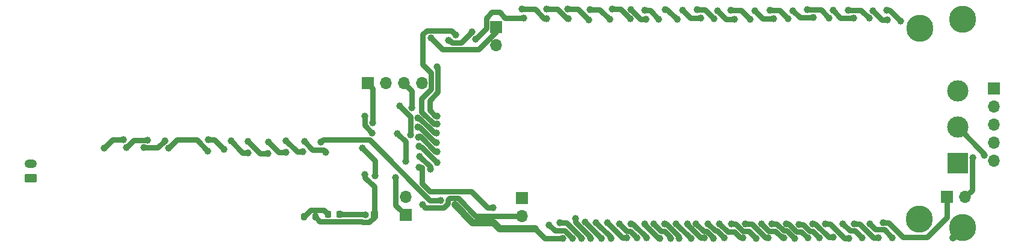
<source format=gbr>
%TF.GenerationSoftware,KiCad,Pcbnew,8.0.0*%
%TF.CreationDate,2024-09-10T23:58:07-07:00*%
%TF.ProjectId,sled,736c6564-2e6b-4696-9361-645f70636258,rev?*%
%TF.SameCoordinates,Original*%
%TF.FileFunction,Copper,L2,Bot*%
%TF.FilePolarity,Positive*%
%FSLAX46Y46*%
G04 Gerber Fmt 4.6, Leading zero omitted, Abs format (unit mm)*
G04 Created by KiCad (PCBNEW 8.0.0) date 2024-09-10 23:58:07*
%MOMM*%
%LPD*%
G01*
G04 APERTURE LIST*
G04 Aperture macros list*
%AMRoundRect*
0 Rectangle with rounded corners*
0 $1 Rounding radius*
0 $2 $3 $4 $5 $6 $7 $8 $9 X,Y pos of 4 corners*
0 Add a 4 corners polygon primitive as box body*
4,1,4,$2,$3,$4,$5,$6,$7,$8,$9,$2,$3,0*
0 Add four circle primitives for the rounded corners*
1,1,$1+$1,$2,$3*
1,1,$1+$1,$4,$5*
1,1,$1+$1,$6,$7*
1,1,$1+$1,$8,$9*
0 Add four rect primitives between the rounded corners*
20,1,$1+$1,$2,$3,$4,$5,0*
20,1,$1+$1,$4,$5,$6,$7,0*
20,1,$1+$1,$6,$7,$8,$9,0*
20,1,$1+$1,$8,$9,$2,$3,0*%
G04 Aperture macros list end*
%TA.AperFunction,ComponentPad*%
%ADD10R,1.700000X1.700000*%
%TD*%
%TA.AperFunction,ComponentPad*%
%ADD11O,1.700000X1.700000*%
%TD*%
%TA.AperFunction,ComponentPad*%
%ADD12R,3.000000X3.000000*%
%TD*%
%TA.AperFunction,ComponentPad*%
%ADD13C,3.000000*%
%TD*%
%TA.AperFunction,ComponentPad*%
%ADD14C,3.800000*%
%TD*%
%TA.AperFunction,ComponentPad*%
%ADD15RoundRect,0.250000X0.625000X-0.350000X0.625000X0.350000X-0.625000X0.350000X-0.625000X-0.350000X0*%
%TD*%
%TA.AperFunction,ComponentPad*%
%ADD16O,1.750000X1.200000*%
%TD*%
%TA.AperFunction,SMDPad,CuDef*%
%ADD17RoundRect,0.218750X0.218750X0.256250X-0.218750X0.256250X-0.218750X-0.256250X0.218750X-0.256250X0*%
%TD*%
%TA.AperFunction,SMDPad,CuDef*%
%ADD18RoundRect,0.200000X-0.200000X-0.275000X0.200000X-0.275000X0.200000X0.275000X-0.200000X0.275000X0*%
%TD*%
%TA.AperFunction,ComponentPad*%
%ADD19R,1.000000X1.000000*%
%TD*%
%TA.AperFunction,ComponentPad*%
%ADD20O,1.000000X1.000000*%
%TD*%
%TA.AperFunction,ViaPad*%
%ADD21C,1.000000*%
%TD*%
%TA.AperFunction,Conductor*%
%ADD22C,0.750000*%
%TD*%
%TA.AperFunction,Conductor*%
%ADD23C,1.000000*%
%TD*%
G04 APERTURE END LIST*
D10*
%TO.P,REF\u002A\u002A,1*%
%TO.N,N/C*%
X245033800Y-54559200D03*
D11*
%TO.P,REF\u002A\u002A,2*%
X245033800Y-57099200D03*
%TO.P,REF\u002A\u002A,3*%
X245033800Y-59639200D03*
%TO.P,REF\u002A\u002A,4*%
X245033800Y-62179200D03*
%TO.P,REF\u002A\u002A,5*%
X245033800Y-64719200D03*
%TD*%
D10*
%TO.P,SW2,1*%
%TO.N,Net-(LYRA1-SW-)*%
X162306000Y-72395000D03*
D11*
%TO.P,SW2,2*%
%TO.N,Net-(LYRA1-SW+)*%
X162306000Y-69855000D03*
%TD*%
D12*
%TO.P,SW5,1,A*%
%TO.N,unconnected-(SW5-A-Pad1)*%
X239992358Y-65114474D03*
D13*
%TO.P,SW5,2,B*%
%TO.N,/HEI*%
X239992358Y-60034474D03*
%TO.P,SW5,3,C*%
%TO.N,/PYRO POS*%
X239992358Y-54954474D03*
%TD*%
D10*
%TO.P,J1,1,Pin_1*%
%TO.N,/FLUCTUS NEG*%
X175006000Y-45974000D03*
D11*
%TO.P,J1,2,Pin_2*%
%TO.N,/FLUCTUS POS*%
X175006000Y-48514000D03*
%TD*%
D14*
%TO.P,H9,1,1*%
%TO.N,/PYRO POS*%
X234518200Y-72999600D03*
%TD*%
%TO.P,H4,1,1*%
%TO.N,/APOGEE*%
X240690400Y-44856400D03*
%TD*%
D15*
%TO.P,BT3,1,+*%
%TO.N,Net-(BT3-+)*%
X109575000Y-67209000D03*
D16*
%TO.P,BT3,2,-*%
%TO.N,/FLUCTUS NEG*%
X109575000Y-65209000D03*
%TD*%
D10*
%TO.P,LYRA1,1,BATT-*%
%TO.N,Net-(BT2--)*%
X156982000Y-53848000D03*
D11*
%TO.P,LYRA1,2,BATT+*%
%TO.N,Net-(BT2-+)*%
X159522000Y-53848000D03*
%TO.P,LYRA1,3,SW+*%
%TO.N,Net-(LYRA1-SW+)*%
X162062000Y-53848000D03*
%TO.P,LYRA1,4,SW-*%
%TO.N,Net-(LYRA1-SW-)*%
X164602000Y-53848000D03*
%TD*%
D10*
%TO.P,J2,1,Pin_1*%
%TO.N,/HEI*%
X238450200Y-69855000D03*
D11*
%TO.P,J2,2,Pin_2*%
%TO.N,/PYRO POS*%
X240990200Y-69855000D03*
%TD*%
D10*
%TO.P,SW1,1*%
%TO.N,Net-(BT3-+)*%
X178689000Y-69977000D03*
D11*
%TO.P,SW1,2*%
%TO.N,/FLUCTUS POS*%
X178689000Y-72517000D03*
%TD*%
D14*
%TO.P,H8,1,1*%
%TO.N,/MAIN*%
X240690400Y-74168000D03*
%TD*%
%TO.P,H11,1,1*%
%TO.N,/PYRO POS*%
X234619800Y-46126400D03*
%TD*%
D17*
%TO.P,D1,1,K*%
%TO.N,Net-(BT2--)*%
X152984300Y-72313800D03*
%TO.P,D1,2,A*%
%TO.N,Net-(D1-A)*%
X151409300Y-72313800D03*
%TD*%
D18*
%TO.P,R1,1*%
%TO.N,Net-(D1-A)*%
X147996000Y-72644000D03*
%TO.P,R1,2*%
%TO.N,Net-(BT2-+)*%
X149646000Y-72644000D03*
%TD*%
D19*
%TO.P,BT2,1,+*%
%TO.N,Net-(BT2-+)*%
X157891000Y-72390000D03*
D20*
%TO.P,BT2,2,-*%
%TO.N,Net-(BT2--)*%
X156621000Y-72390000D03*
%TD*%
D21*
%TO.N,/FLUCTUS NEG*%
X134518400Y-63373000D03*
X129006600Y-62941200D03*
X137744200Y-61969000D03*
X165875131Y-47483783D03*
X151080943Y-63532400D03*
X126034800Y-61874400D03*
X140118727Y-63614673D03*
X145503527Y-63589273D03*
X148082000Y-62077600D03*
X123025347Y-62917901D03*
X143027400Y-62153800D03*
%TO.N,/PYRO POS*%
X205613000Y-75666600D03*
X196215000Y-75590400D03*
X227507800Y-44704000D03*
X225450400Y-73598000D03*
X208076800Y-43586400D03*
X217043000Y-75690500D03*
X228803573Y-75565373D03*
X185191400Y-44805600D03*
X205701527Y-44793273D03*
X229997000Y-43586400D03*
X191169650Y-75631950D03*
X174578650Y-71367000D03*
X221869000Y-44678600D03*
X169337978Y-47010509D03*
X164236016Y-65684038D03*
X189103000Y-73456800D03*
X164076430Y-61435776D03*
X198755000Y-73598000D03*
X191033400Y-44856400D03*
X208102200Y-73660000D03*
X216077800Y-44754800D03*
X242112800Y-64338200D03*
X198830201Y-43483055D03*
X183973685Y-73479968D03*
X188239773Y-43459027D03*
X218795600Y-43535600D03*
X213791800Y-73598000D03*
X182168800Y-43435500D03*
X219583000Y-73598000D03*
X222453200Y-75514198D03*
X178943000Y-44653200D03*
X196138800Y-44856400D03*
X193959493Y-73598007D03*
X194005200Y-43484800D03*
X200482200Y-44856400D03*
X211582373Y-75641573D03*
X166716328Y-59613800D03*
X231969490Y-45119856D03*
X203310676Y-43494790D03*
X224561400Y-43561000D03*
X172135800Y-47675800D03*
X203174600Y-73598000D03*
X166716328Y-63474600D03*
X213588600Y-43561000D03*
X200787000Y-75690500D03*
X210769200Y-44856400D03*
X187096400Y-75690500D03*
%TO.N,/FLUCTUS POS*%
X164668200Y-70942200D03*
X165811200Y-65963800D03*
X164317985Y-64139661D03*
X166624000Y-62204600D03*
X164009488Y-60005517D03*
X166716328Y-51562000D03*
X166716328Y-58445400D03*
%TO.N,Net-(BT3-+)*%
X119888000Y-62992000D03*
X134531473Y-61759727D03*
X150418800Y-62103000D03*
X125476000Y-62915800D03*
X142950827Y-63703573D03*
X145503527Y-61962927D03*
X122609057Y-61769543D03*
X167284400Y-70332600D03*
X136728200Y-63119000D03*
X140157200Y-62026800D03*
X128473200Y-61925200D03*
X147891127Y-63513073D03*
%TO.N,/HEI*%
X229495062Y-73437733D03*
X212369400Y-73598000D03*
X217660920Y-73693720D03*
X220497400Y-75590400D03*
X223824800Y-73598000D03*
X206476600Y-73598000D03*
X185782841Y-75690500D03*
X215519310Y-75605072D03*
X182521536Y-73810242D03*
X194868800Y-75565000D03*
X243738773Y-64008000D03*
X199618600Y-75690500D03*
X197231000Y-73609200D03*
X192354200Y-73598000D03*
X204292200Y-75615800D03*
X226517200Y-75615800D03*
X209738530Y-75600200D03*
X187589963Y-73411047D03*
X201930000Y-73598000D03*
X189865000Y-75641196D03*
%TO.N,/APOGEE*%
X225348800Y-44653200D03*
X211455000Y-43637200D03*
X208534000Y-44831000D03*
X168353899Y-47821200D03*
X201295000Y-43586400D03*
X178638200Y-43435500D03*
X185140600Y-43435500D03*
X164155824Y-62741630D03*
X188061600Y-44907200D03*
X230098600Y-44907200D03*
X182143400Y-44729400D03*
X206171800Y-43637200D03*
X216763600Y-43637200D03*
X195961000Y-43611800D03*
X193878200Y-44780200D03*
X191363600Y-43435500D03*
X171653200Y-46634400D03*
X166624000Y-60883800D03*
X197916800Y-44856400D03*
X228041200Y-43637200D03*
X203822300Y-44640500D03*
X214096600Y-44754800D03*
X163999162Y-58733439D03*
X166716328Y-64973200D03*
X222453200Y-43611800D03*
X219633800Y-44627800D03*
%TO.N,/MAIN*%
X200355200Y-73598000D03*
X184404000Y-75690500D03*
X169265600Y-70967600D03*
X227571556Y-73598000D03*
X195935600Y-73598000D03*
X193395600Y-75615804D03*
X207137000Y-75590400D03*
X186182000Y-72898000D03*
X190677800Y-73507600D03*
X221373954Y-73598000D03*
X198040857Y-75690500D03*
X218897200Y-75615800D03*
X215874600Y-73598000D03*
X210058000Y-73598000D03*
X224660111Y-75661789D03*
X204851000Y-73598000D03*
X230765200Y-75571200D03*
X188315600Y-75690500D03*
X213334600Y-75590400D03*
X202447230Y-75690030D03*
%TO.N,Net-(BT2-+)*%
X156616027Y-66674627D03*
X156565600Y-58470800D03*
X157632397Y-60858397D03*
%TO.N,Net-(BT2--)*%
X157683200Y-59410600D03*
X158013400Y-66852800D03*
X156278250Y-62973804D03*
%TO.N,Net-(LYRA1-SW+)*%
X163149900Y-57277000D03*
X161188400Y-60934600D03*
X162306000Y-64795400D03*
%TO.N,Net-(LYRA1-SW-)*%
X162991800Y-61112400D03*
X161493200Y-57073800D03*
X160934400Y-67132200D03*
%TD*%
D22*
%TO.N,/HEI*%
X232283000Y-75488800D02*
X235661200Y-75488800D01*
X235661200Y-75488800D02*
X238450200Y-72699800D01*
X238450200Y-72699800D02*
X238450200Y-69855000D01*
X230231933Y-73437733D02*
X232283000Y-75488800D01*
X229495062Y-73437733D02*
X230231933Y-73437733D01*
%TO.N,/PYRO POS*%
X168794090Y-46466621D02*
X169337978Y-47010509D01*
X164725131Y-51197149D02*
X164725131Y-47007437D01*
X165927000Y-52399018D02*
X164725131Y-51197149D01*
X165927000Y-54664741D02*
X165927000Y-52399018D01*
X164541200Y-57861200D02*
X164541200Y-56050541D01*
X166293800Y-59613800D02*
X164541200Y-57861200D01*
X166716328Y-59613800D02*
X166293800Y-59613800D01*
X165265947Y-46466621D02*
X168794090Y-46466621D01*
%TO.N,/FLUCTUS NEG*%
X167468703Y-49077355D02*
X165875131Y-47483783D01*
X175006000Y-45974000D02*
X175006000Y-46640167D01*
X172568812Y-49077355D02*
X167468703Y-49077355D01*
X175006000Y-46640167D02*
X172568812Y-49077355D01*
%TO.N,/PYRO POS*%
X164541200Y-56050541D02*
X165927000Y-54664741D01*
X164725131Y-47007437D02*
X165265947Y-46466621D01*
D23*
%TO.N,/MAIN*%
X175539400Y-74320400D02*
X180543200Y-74320400D01*
X174687000Y-73468000D02*
X175539400Y-74320400D01*
X171766000Y-73468000D02*
X174687000Y-73468000D01*
X169265600Y-70967600D02*
X171766000Y-73468000D01*
D22*
%TO.N,/APOGEE*%
X168837318Y-48172000D02*
X168486518Y-47821200D01*
X168486518Y-47821200D02*
X168353899Y-47821200D01*
X170115600Y-48172000D02*
X168837318Y-48172000D01*
X171653200Y-46634400D02*
X170115600Y-48172000D01*
%TO.N,/FLUCTUS NEG*%
X149250400Y-63246000D02*
X150596600Y-63246000D01*
X150596600Y-63246000D02*
X150794543Y-63246000D01*
X132917827Y-61772427D02*
X134518400Y-63373000D01*
X124068848Y-61874400D02*
X126034800Y-61874400D01*
X129006600Y-62941200D02*
X130175373Y-61772427D01*
X150596600Y-63246000D02*
X150571200Y-63246000D01*
X137744200Y-61969000D02*
X139389873Y-63614673D01*
X148082000Y-62077600D02*
X149250400Y-63246000D01*
X130175373Y-61772427D02*
X131673973Y-61772427D01*
X139389873Y-63614673D02*
X140118727Y-63614673D01*
X143027400Y-62153800D02*
X144462873Y-63589273D01*
X131673973Y-61772427D02*
X132917827Y-61772427D01*
X123025347Y-62917901D02*
X124068848Y-61874400D01*
X150794543Y-63246000D02*
X151080943Y-63532400D01*
X144462873Y-63589273D02*
X145503527Y-63589273D01*
%TO.N,/PYRO POS*%
X221814568Y-75514198D02*
X222453200Y-75514198D01*
X208102200Y-73660000D02*
X208741141Y-73660000D01*
X174464200Y-43865800D02*
X175056800Y-43865800D01*
X209499200Y-43586400D02*
X210769200Y-44856400D01*
X208741141Y-73660000D02*
X209706341Y-74625200D01*
X173681000Y-44649000D02*
X174464200Y-43865800D01*
X204403044Y-43494790D02*
X203310676Y-43494790D01*
X175056800Y-43865800D02*
X175514000Y-43865800D01*
X229997000Y-43586400D02*
X230436034Y-43586400D01*
X184785000Y-44551600D02*
X185039000Y-44805600D01*
X241967358Y-64483642D02*
X242112800Y-64338200D01*
X241967358Y-68877842D02*
X241967358Y-66013721D01*
X172135800Y-47675800D02*
X173681000Y-46130600D01*
X219583000Y-73598000D02*
X219898370Y-73598000D01*
X214884000Y-43561000D02*
X216077800Y-44754800D01*
X164661200Y-67938000D02*
X164661200Y-65702800D01*
X174578650Y-71367000D02*
X173865647Y-71367000D01*
X226192697Y-73598000D02*
X228160070Y-75565373D01*
X187096400Y-75690500D02*
X187096400Y-75625182D01*
X204696059Y-74640800D02*
X205613000Y-75557741D01*
X185039000Y-44805600D02*
X185191400Y-44805600D01*
X193959493Y-73598007D02*
X194280666Y-73598007D01*
X189103000Y-73456800D02*
X191169650Y-75523450D01*
X226364800Y-43561000D02*
X227507800Y-44704000D01*
X241967358Y-66013721D02*
X241967358Y-64483642D01*
X175514000Y-43865800D02*
X176301400Y-44653200D01*
X184951186Y-73479968D02*
X183973685Y-73479968D01*
X171536781Y-69038134D02*
X165761334Y-69038134D01*
X240990200Y-69855000D02*
X241967358Y-68877842D01*
X219898370Y-73598000D02*
X221814568Y-75514198D01*
X164661200Y-65702800D02*
X164642438Y-65684038D01*
X198955282Y-73598000D02*
X200787000Y-75429718D01*
X220726000Y-43535600D02*
X221869000Y-44678600D01*
X188239773Y-43459027D02*
X189636027Y-43459027D01*
X215472141Y-74574400D02*
X214495741Y-73598000D01*
X183668900Y-43435500D02*
X184785000Y-44551600D01*
X194005200Y-43484800D02*
X195376800Y-44856400D01*
X182168800Y-43435500D02*
X183668900Y-43435500D01*
X173865647Y-71367000D02*
X171536781Y-69038134D01*
X225450400Y-73598000D02*
X226192697Y-73598000D01*
X203174600Y-73598000D02*
X204217400Y-74640800D01*
X205613000Y-75557741D02*
X205613000Y-75666600D01*
X218795600Y-43535600D02*
X220726000Y-43535600D01*
X173681000Y-46130600D02*
X173681000Y-44649000D01*
X200787000Y-75429718D02*
X200787000Y-75690500D01*
X217043000Y-75690500D02*
X215926900Y-74574400D01*
X166515141Y-63474600D02*
X164338000Y-61297459D01*
X196215000Y-75532341D02*
X196215000Y-75590400D01*
X189636027Y-43459027D02*
X191033400Y-44856400D01*
X214495741Y-73598000D02*
X213791800Y-73598000D01*
X165761334Y-69038134D02*
X164661200Y-67938000D01*
X230436034Y-43586400D02*
X231969490Y-45119856D01*
X215926900Y-74574400D02*
X215472141Y-74574400D01*
X199108855Y-43483055D02*
X200482200Y-44856400D01*
X198830201Y-43483055D02*
X199108855Y-43483055D01*
X205701527Y-44793273D02*
X204403044Y-43494790D01*
X194280666Y-73598007D02*
X196215000Y-75532341D01*
X164642438Y-65684038D02*
X164236016Y-65684038D01*
X204217400Y-74640800D02*
X204696059Y-74640800D01*
X164338000Y-61297459D02*
X164214747Y-61297459D01*
X164214747Y-61297459D02*
X164076430Y-61435776D01*
X228160070Y-75565373D02*
X228803573Y-75565373D01*
X198755000Y-73598000D02*
X198955282Y-73598000D01*
X191169650Y-75523450D02*
X191169650Y-75631950D01*
X224561400Y-43561000D02*
X226364800Y-43561000D01*
X210566000Y-74625200D02*
X211582373Y-75641573D01*
X195376800Y-44856400D02*
X196138800Y-44856400D01*
X176301400Y-44653200D02*
X178943000Y-44653200D01*
X209706341Y-74625200D02*
X210566000Y-74625200D01*
X187096400Y-75625182D02*
X184951186Y-73479968D01*
X213588600Y-43561000D02*
X214884000Y-43561000D01*
X208076800Y-43586400D02*
X209499200Y-43586400D01*
X166716328Y-63474600D02*
X166515141Y-63474600D01*
%TO.N,/FLUCTUS POS*%
X164272517Y-60005517D02*
X164009488Y-60005517D01*
X166841328Y-55129272D02*
X166841328Y-51841400D01*
X165684200Y-57665259D02*
X165684200Y-56286400D01*
X167647259Y-71348600D02*
X165074600Y-71348600D01*
X168513400Y-69992600D02*
X168259400Y-70246600D01*
X172169858Y-72493000D02*
X169669458Y-69992600D01*
X168259400Y-70246600D02*
X168259400Y-70736459D01*
X165811200Y-65963800D02*
X165811200Y-65632876D01*
X178689000Y-72517000D02*
X178665000Y-72493000D01*
X169669458Y-69992600D02*
X168513400Y-69992600D01*
X168259400Y-70736459D02*
X167647259Y-71348600D01*
X165811200Y-65632876D02*
X164317985Y-64139661D01*
X166464341Y-58445400D02*
X165684200Y-57665259D01*
X178665000Y-72493000D02*
X172169858Y-72493000D01*
X165074600Y-71348600D02*
X164668200Y-70942200D01*
X166624000Y-62204600D02*
X166471600Y-62204600D01*
X166471600Y-62204600D02*
X164272517Y-60005517D01*
X166841328Y-51687000D02*
X166716328Y-51562000D01*
X166716328Y-58445400D02*
X166464341Y-58445400D01*
X165684200Y-56286400D02*
X166841328Y-55129272D01*
X166841328Y-51841400D02*
X166841328Y-51687000D01*
%TO.N,Net-(BT3-+)*%
X140157200Y-62026800D02*
X141833973Y-63703573D01*
X147053673Y-63513073D02*
X147891127Y-63513073D01*
X134531473Y-61759727D02*
X135368927Y-61759727D01*
X157252350Y-61823804D02*
X165761146Y-70332600D01*
X165761146Y-70332600D02*
X167284400Y-70332600D01*
X125476000Y-62915800D02*
X127482600Y-62915800D01*
X135368927Y-61759727D02*
X136728200Y-63119000D01*
X121110457Y-61769543D02*
X119888000Y-62992000D01*
X150697996Y-61823804D02*
X157252350Y-61823804D01*
X141833973Y-63703573D02*
X142950827Y-63703573D01*
X122609057Y-61769543D02*
X121110457Y-61769543D01*
X150418800Y-62103000D02*
X150697996Y-61823804D01*
X145503527Y-61962927D02*
X147053673Y-63513073D01*
X127482600Y-62915800D02*
X128473200Y-61925200D01*
%TO.N,/HEI*%
X209354260Y-75475201D02*
X208592260Y-74713201D01*
X213386800Y-74615400D02*
X214311059Y-74615400D01*
X209613531Y-75475201D02*
X209354260Y-75475201D01*
X224799800Y-74573000D02*
X225474400Y-74573000D01*
X193397004Y-74640804D02*
X193944604Y-74640804D01*
X198237200Y-74615400D02*
X197231000Y-73609200D01*
X193944604Y-74640804D02*
X194868800Y-75565000D01*
X183318094Y-74606800D02*
X182521536Y-73810242D01*
X243738773Y-64008000D02*
X243738773Y-63780889D01*
X209738530Y-75600200D02*
X209613531Y-75475201D01*
X218177202Y-73693720D02*
X219134082Y-74650600D01*
X201930000Y-73598000D02*
X201930000Y-73732259D01*
X215300731Y-75605072D02*
X215519310Y-75605072D01*
X208592260Y-74713201D02*
X207591801Y-74713201D01*
X217660920Y-73693720D02*
X218177202Y-73693720D01*
X198770600Y-74615400D02*
X198237200Y-74615400D01*
X243738773Y-63780889D02*
X239992358Y-60034474D01*
X201930000Y-73732259D02*
X203813541Y-75615800D01*
X199618600Y-75463400D02*
X198770600Y-74615400D01*
X214311059Y-74615400D02*
X215300731Y-75605072D01*
X203813541Y-75615800D02*
X204292200Y-75615800D01*
X189820112Y-75641196D02*
X189865000Y-75641196D01*
X185782841Y-75690500D02*
X184699141Y-74606800D01*
X225474400Y-74573000D02*
X226517200Y-75615800D01*
X212369400Y-73598000D02*
X213386800Y-74615400D01*
X187589963Y-73411047D02*
X189820112Y-75641196D01*
X219557600Y-74650600D02*
X220497400Y-75590400D01*
X219134082Y-74650600D02*
X219557600Y-74650600D01*
X192354200Y-73598000D02*
X193397004Y-74640804D01*
X199618600Y-75690500D02*
X199618600Y-75463400D01*
X207591801Y-74713201D02*
X206476600Y-73598000D01*
X184699141Y-74606800D02*
X183318094Y-74606800D01*
X223824800Y-73598000D02*
X224799800Y-74573000D01*
%TO.N,/APOGEE*%
X191363600Y-43435500D02*
X192533500Y-43435500D01*
X181836354Y-44729400D02*
X182143400Y-44729400D01*
X164175065Y-62760871D02*
X164155824Y-62741630D01*
X217754200Y-44627800D02*
X219633800Y-44627800D01*
X228041200Y-43637200D02*
X229311200Y-44907200D01*
X196672200Y-43611800D02*
X197916800Y-44856400D01*
X216763600Y-43637200D02*
X217754200Y-44627800D01*
X206171800Y-43637200D02*
X207365600Y-44831000D01*
X180542454Y-43435500D02*
X181836354Y-44729400D01*
X223494600Y-44653200D02*
X225348800Y-44653200D01*
X186589900Y-43435500D02*
X188061600Y-44907200D01*
X202349100Y-44640500D02*
X203822300Y-44640500D01*
X195961000Y-43611800D02*
X196672200Y-43611800D01*
X229311200Y-44907200D02*
X230098600Y-44907200D01*
X166624000Y-60883800D02*
X166437918Y-60883800D01*
X165941718Y-60463800D02*
X164211357Y-58733439D01*
X201295000Y-43586400D02*
X202349100Y-44640500D01*
X211455000Y-43637200D02*
X212572600Y-44754800D01*
X164211357Y-58733439D02*
X163999162Y-58733439D01*
X164503999Y-62760871D02*
X164175065Y-62760871D01*
X207365600Y-44831000D02*
X208534000Y-44831000D01*
X222453200Y-43611800D02*
X223494600Y-44653200D01*
X166437918Y-60883800D02*
X166017919Y-60463801D01*
X192533500Y-43435500D02*
X193878200Y-44780200D01*
X212572600Y-44754800D02*
X214096600Y-44754800D01*
X178638200Y-43435500D02*
X180542454Y-43435500D01*
X185140600Y-43435500D02*
X186589900Y-43435500D01*
X166716328Y-64973200D02*
X164503999Y-62760871D01*
X166017919Y-60463801D02*
X165941718Y-60463800D01*
%TO.N,/MAIN*%
X190677800Y-73507600D02*
X192786000Y-75615800D01*
X212982941Y-75590400D02*
X213334600Y-75590400D01*
X227571556Y-73598000D02*
X228386289Y-74412733D01*
X228386289Y-74412733D02*
X229606733Y-74412733D01*
X216186341Y-73598000D02*
X217303841Y-74715500D01*
X210990541Y-73598000D02*
X212982941Y-75590400D01*
X206119600Y-74573000D02*
X207137000Y-75590400D01*
X192786000Y-75615800D02*
X193395596Y-75615800D01*
X210058000Y-73598000D02*
X210990541Y-73598000D01*
X184404000Y-75690500D02*
X181913300Y-75690500D01*
X195935600Y-73692659D02*
X195935600Y-73598000D01*
X204851000Y-73598000D02*
X204855341Y-73598000D01*
X197933441Y-75690500D02*
X195935600Y-73692659D01*
X224066730Y-75661789D02*
X224660111Y-75661789D01*
X205830341Y-74573000D02*
X206119600Y-74573000D01*
X229606733Y-74412733D02*
X230765200Y-75571200D01*
X193395596Y-75615800D02*
X193395600Y-75615804D01*
X186182000Y-73397241D02*
X186182000Y-72898000D01*
X204855341Y-73598000D02*
X205830341Y-74573000D01*
X217996900Y-74715500D02*
X218897200Y-75615800D01*
X188315600Y-75690500D02*
X188315600Y-75530841D01*
X222002941Y-73598000D02*
X224066730Y-75661789D01*
X215874600Y-73598000D02*
X216186341Y-73598000D01*
X198040857Y-75690500D02*
X197933441Y-75690500D01*
X221373954Y-73598000D02*
X222002941Y-73598000D01*
D23*
X240690400Y-74168000D02*
X239309600Y-75548800D01*
D22*
X181913300Y-75690500D02*
X180543200Y-74320400D01*
X202447230Y-75690030D02*
X200355200Y-73598000D01*
X217303841Y-74715500D02*
X217996900Y-74715500D01*
X188315600Y-75530841D02*
X186182000Y-73397241D01*
%TO.N,Net-(BT2-+)*%
X157891000Y-72390000D02*
X157891000Y-72281141D01*
X156232741Y-73380600D02*
X157175200Y-73380600D01*
X150265800Y-73263800D02*
X156115941Y-73263800D01*
X156565600Y-59791600D02*
X156565600Y-58470800D01*
X156616027Y-67081773D02*
X156616027Y-66674627D01*
X157632397Y-60858397D02*
X156565600Y-59791600D01*
X157891000Y-72390000D02*
X157891000Y-68356746D01*
X157175200Y-73380600D02*
X157891000Y-72664800D01*
X149646000Y-72644000D02*
X150265800Y-73263800D01*
X157891000Y-68356746D02*
X156616027Y-67081773D01*
X156115941Y-73263800D02*
X156232741Y-73380600D01*
X157891000Y-72664800D02*
X157891000Y-72390000D01*
%TO.N,Net-(BT2--)*%
X157683200Y-59410600D02*
X157683200Y-54549200D01*
X156544800Y-72313800D02*
X156621000Y-72390000D01*
X152984300Y-72313800D02*
X156544800Y-72313800D01*
X157683200Y-54549200D02*
X156982000Y-53848000D01*
X158013400Y-66852800D02*
X158013400Y-64708954D01*
X158013400Y-64708954D02*
X156278250Y-62973804D01*
%TO.N,Net-(LYRA1-SW+)*%
X162306000Y-62052200D02*
X161188400Y-60934600D01*
X162062000Y-53848000D02*
X163149900Y-54935900D01*
X163149900Y-54935900D02*
X163149900Y-57277000D01*
X162306000Y-64795400D02*
X162306000Y-62052200D01*
%TO.N,Net-(LYRA1-SW-)*%
X162306000Y-72395000D02*
X160934400Y-71023400D01*
X162991800Y-58572400D02*
X161493200Y-57073800D01*
X162991800Y-61112400D02*
X162991800Y-58572400D01*
X160934400Y-71023400D02*
X160934400Y-67132200D01*
%TO.N,Net-(D1-A)*%
X151409300Y-72313800D02*
X150789500Y-71694000D01*
X150789500Y-71694000D02*
X148946000Y-71694000D01*
X148946000Y-71694000D02*
X147996000Y-72644000D01*
%TD*%
M02*

</source>
